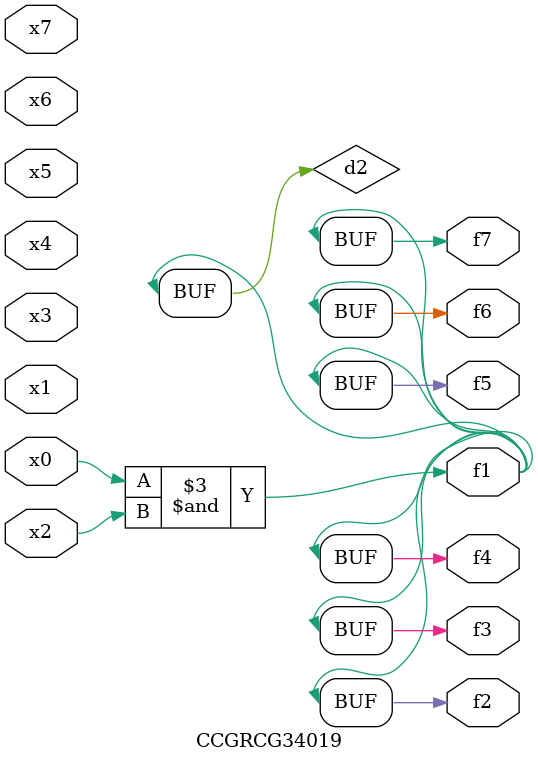
<source format=v>
module CCGRCG34019(
	input x0, x1, x2, x3, x4, x5, x6, x7,
	output f1, f2, f3, f4, f5, f6, f7
);

	wire d1, d2;

	nor (d1, x3, x6);
	and (d2, x0, x2);
	assign f1 = d2;
	assign f2 = d2;
	assign f3 = d2;
	assign f4 = d2;
	assign f5 = d2;
	assign f6 = d2;
	assign f7 = d2;
endmodule

</source>
